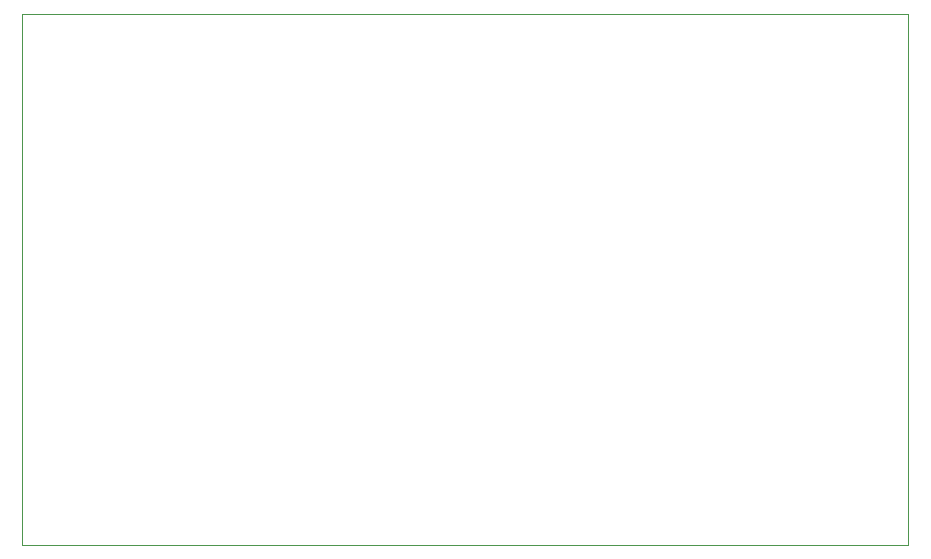
<source format=gbr>
%TF.GenerationSoftware,KiCad,Pcbnew,(5.1.9)-1*%
%TF.CreationDate,2023-05-17T16:08:43+02:00*%
%TF.ProjectId,Compteur_palonniers,436f6d70-7465-4757-925f-70616c6f6e6e,rev?*%
%TF.SameCoordinates,PX6dac2c0PY7bfa480*%
%TF.FileFunction,Profile,NP*%
%FSLAX46Y46*%
G04 Gerber Fmt 4.6, Leading zero omitted, Abs format (unit mm)*
G04 Created by KiCad (PCBNEW (5.1.9)-1) date 2023-05-17 16:08:43*
%MOMM*%
%LPD*%
G01*
G04 APERTURE LIST*
%TA.AperFunction,Profile*%
%ADD10C,0.050000*%
%TD*%
G04 APERTURE END LIST*
D10*
X0Y0D02*
X0Y45000000D01*
X75000000Y0D02*
X0Y0D01*
X75000000Y45000000D02*
X75000000Y0D01*
X0Y45000000D02*
X75000000Y45000000D01*
M02*

</source>
